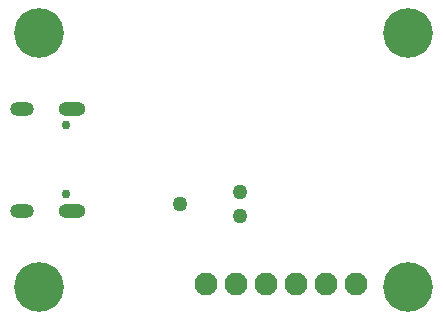
<source format=gbr>
%TF.GenerationSoftware,Altium Limited,Altium Designer,23.10.1 (27)*%
G04 Layer_Color=16711935*
%FSLAX45Y45*%
%MOMM*%
%TF.SameCoordinates,EB818210-93EB-4193-A47C-AA10A5AE6B3E*%
%TF.FilePolarity,Negative*%
%TF.FileFunction,Soldermask,Bot*%
%TF.Part,Single*%
G01*
G75*
%TA.AperFunction,TestPad*%
%ADD57C,1.94000*%
%ADD58O,2.30320X1.20320*%
%ADD59C,0.75000*%
%ADD60O,2.00320X1.20320*%
%TA.AperFunction,ViaPad*%
%ADD61C,4.20320*%
%TA.AperFunction,ComponentPad*%
%ADD62C,1.27020*%
D57*
X983000Y-1050000D02*
D03*
X729000D02*
D03*
X475000D02*
D03*
X221000D02*
D03*
X-33000D02*
D03*
X-287000D02*
D03*
D58*
X-1419750Y-432000D02*
D03*
Y432000D02*
D03*
D59*
X-1469750Y289000D02*
D03*
Y-289000D02*
D03*
D60*
X-1837750Y432000D02*
D03*
Y-432000D02*
D03*
D61*
X-1700000Y1075000D02*
D03*
X1425000Y-1075000D02*
D03*
X-1700000D02*
D03*
X1425000Y1075000D02*
D03*
D62*
X-504000Y-375000D02*
D03*
X4000Y-273400D02*
D03*
Y-476600D02*
D03*
%TF.MD5,abced2269c56e496d5955a4eb4673114*%
M02*

</source>
